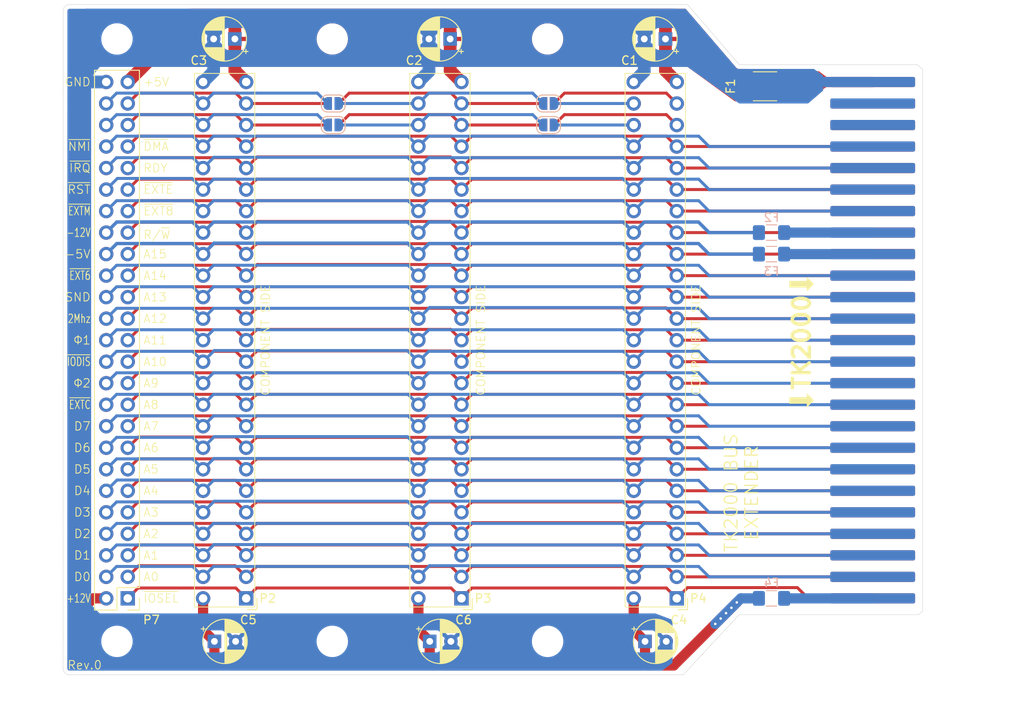
<source format=kicad_pcb>
(kicad_pcb
	(version 20241229)
	(generator "pcbnew")
	(generator_version "9.0")
	(general
		(thickness 1.6)
		(legacy_teardrops no)
	)
	(paper "A4")
	(layers
		(0 "F.Cu" signal)
		(2 "B.Cu" signal)
		(9 "F.Adhes" user "F.Adhesive")
		(11 "B.Adhes" user "B.Adhesive")
		(13 "F.Paste" user)
		(15 "B.Paste" user)
		(5 "F.SilkS" user "F.Silkscreen")
		(7 "B.SilkS" user "B.Silkscreen")
		(1 "F.Mask" user)
		(3 "B.Mask" user)
		(17 "Dwgs.User" user "User.Drawings")
		(19 "Cmts.User" user "User.Comments")
		(21 "Eco1.User" user "User.Eco1")
		(23 "Eco2.User" user "User.Eco2")
		(25 "Edge.Cuts" user)
		(27 "Margin" user)
		(31 "F.CrtYd" user "F.Courtyard")
		(29 "B.CrtYd" user "B.Courtyard")
		(35 "F.Fab" user)
		(33 "B.Fab" user)
		(39 "User.1" user)
		(41 "User.2" user)
		(43 "User.3" user)
		(45 "User.4" user)
	)
	(setup
		(pad_to_mask_clearance 0)
		(allow_soldermask_bridges_in_footprints no)
		(tenting front back)
		(pcbplotparams
			(layerselection 0x00000000_00000000_55555555_5755f5ff)
			(plot_on_all_layers_selection 0x00000000_00000000_00000000_00000000)
			(disableapertmacros no)
			(usegerberextensions no)
			(usegerberattributes yes)
			(usegerberadvancedattributes yes)
			(creategerberjobfile yes)
			(dashed_line_dash_ratio 12.000000)
			(dashed_line_gap_ratio 3.000000)
			(svgprecision 4)
			(plotframeref no)
			(mode 1)
			(useauxorigin no)
			(hpglpennumber 1)
			(hpglpenspeed 20)
			(hpglpendiameter 15.000000)
			(pdf_front_fp_property_popups yes)
			(pdf_back_fp_property_popups yes)
			(pdf_metadata yes)
			(pdf_single_document no)
			(dxfpolygonmode yes)
			(dxfimperialunits yes)
			(dxfusepcbnewfont yes)
			(psnegative no)
			(psa4output no)
			(plot_black_and_white yes)
			(sketchpadsonfab no)
			(plotpadnumbers no)
			(hidednponfab no)
			(sketchdnponfab yes)
			(crossoutdnponfab yes)
			(subtractmaskfromsilk no)
			(outputformat 1)
			(mirror no)
			(drillshape 0)
			(scaleselection 1)
			(outputdirectory "gerbers/")
		)
	)
	(net 0 "")
	(net 1 "GND")
	(net 2 "+5V")
	(net 3 "+12V")
	(net 4 "Net-(P1-Pin_25)")
	(net 5 "-12V")
	(net 6 "Net-(P1-Pin_33)")
	(net 7 "Net-(P1-Pin_34)")
	(net 8 "-5V")
	(net 9 "Net-(P1-Pin_50)")
	(net 10 "P2_RESET")
	(net 11 "P2_IRQ")
	(net 12 "P2_PHI1")
	(net 13 "P2_EXT8")
	(net 14 "unconnected-(P1-Pin_24-Pad24)")
	(net 15 "P2_A14")
	(net 16 "P2_A5")
	(net 17 "P2_A12")
	(net 18 "P2_EXTE")
	(net 19 "P2_IODIS")
	(net 20 "P2_DMA")
	(net 21 "P2_A8")
	(net 22 "P2_NMI")
	(net 23 "P2_A7")
	(net 24 "P2_A10")
	(net 25 "P2_D7")
	(net 26 "P2_A11")
	(net 27 "P2_A2")
	(net 28 "unconnected-(P1-Pin_27-Pad27)")
	(net 29 "P2_A9")
	(net 30 "P2_A1")
	(net 31 "P2_A0")
	(net 32 "P2_D1")
	(net 33 "P2_R~{W}")
	(net 34 "P2_RDY")
	(net 35 "P2_D0")
	(net 36 "P2_A3")
	(net 37 "unconnected-(P1-Pin_23-Pad23)")
	(net 38 "P2_D2")
	(net 39 "P2_EXTC")
	(net 40 "P2_SOUND")
	(net 41 "P2_D5")
	(net 42 "P2_EXTM")
	(net 43 "P2_2M")
	(net 44 "P2_A4")
	(net 45 "P2_EXT6")
	(net 46 "P2_A15")
	(net 47 "P2_PHI2")
	(net 48 "unconnected-(P1-Pin_28-Pad28)")
	(net 49 "P2_IOSEL")
	(net 50 "P2_A13")
	(net 51 "P2_D4")
	(net 52 "P2_D6")
	(net 53 "P2_A6")
	(net 54 "P2_D3")
	(net 55 "/ES2_P24")
	(net 56 "/DBG_P24")
	(net 57 "/ES2_P23")
	(net 58 "/DBG_P23")
	(net 59 "/ES2_P27")
	(net 60 "/DBG_P27")
	(net 61 "/ES2_P28")
	(net 62 "/DBG_P28")
	(net 63 "/ES3_P24")
	(net 64 "/ES3_P23")
	(net 65 "/ES3_P27")
	(net 66 "/ES3_P28")
	(footprint "TK2000:PinSocket_2x25_P2.54mm_Vertical" (layer "F.Cu") (at 100.33 41.656))
	(footprint "Jumper:SolderJumper-2_P1.3mm_Open_RoundedPad1.0x1.5mm" (layer "F.Cu") (at 113.142 44.196 180))
	(footprint "Fuse:Fuse_1812_4532Metric_Pad1.30x3.40mm_HandSolder" (layer "F.Cu") (at 138.684 42.164 180))
	(footprint "MountingHole:MountingHole_3.2mm_M3_ISO7380" (layer "F.Cu") (at 87.63 107.696))
	(footprint "Jumper:SolderJumper-2_P1.3mm_Open_RoundedPad1.0x1.5mm" (layer "F.Cu") (at 87.742 44.196 180))
	(footprint "Capacitor_THT:CP_Radial_D5.0mm_P2.50mm" (layer "F.Cu") (at 99.124888 107.696))
	(footprint "TK2000:PinSocket_2x25_P2.54mm_Vertical" (layer "F.Cu") (at 74.93 41.656))
	(footprint "Jumper:SolderJumper-2_P1.3mm_Open_RoundedPad1.0x1.5mm" (layer "F.Cu") (at 113.142 46.736 180))
	(footprint "TK2000:Conector Edge" (layer "F.Cu") (at 151.384 72.136 90))
	(footprint "TK2000:PinSocket_2x25_P2.54mm_Vertical" (layer "F.Cu") (at 125.73 41.656))
	(footprint "MountingHole:MountingHole_3.2mm_M3_ISO7380" (layer "F.Cu") (at 113.03 107.696))
	(footprint "MountingHole:MountingHole_3.2mm_M3_ISO7380" (layer "F.Cu") (at 87.63 36.576))
	(footprint "Capacitor_THT:CP_Radial_D5.0mm_P2.50mm" (layer "F.Cu") (at 73.724888 107.696))
	(footprint "Jumper:SolderJumper-2_P1.3mm_Open_RoundedPad1.0x1.5mm" (layer "F.Cu") (at 87.742 46.736 180))
	(footprint "Capacitor_THT:CP_Radial_D5.0mm_P2.50mm" (layer "F.Cu") (at 124.524888 107.696))
	(footprint "MountingHole:MountingHole_3.2mm_M3_ISO7380" (layer "F.Cu") (at 62.23 36.576))
	(footprint "TK2000:PinHeader_2x25_P2.54mm_Vertical"
		(layer "F.Cu")
		(uuid "d0b9f9b1-6968-4ae7-a8ba-fc06cb5690c3")
		(at 60.12 41.656)
		(descr "Through hole straight pin header, 2x25, 2.54mm pitch, double rows")
		(tags "Through hole pin header THT 2x25 2.54mm double row")
		(property "Reference" "P7"
			(at 6.174 63.5 180)
			(layer "F.SilkS")
			(uuid "4ec090af-7ac0-41d5-a459-9016f022419e")
			(effects
				(font
					(size 1 1)
					(thickness 0.15)
				)
			)
		)
		(property "Value" "Debug Pins"
			(at 1.27 63.34 0)
			(layer "F.Fab")
			(uuid "97a172b5-c30d-43f1-8f2e-ffb7a7319afb")
			(effects
				(font
					(size 1 1)
					(thickness 0.15)
				)
			)
		)
		(property "Datasheet" ""
			(at 0 0 0)
			(layer "F.Fab")
			(hide yes)
			(uuid "e6908485-ebea-443d-bbc0-89ac0471354e")
			(effects
				(font
					(size 1.27 1.27)
					(thickness 0.15)
				)
			)
		)
		(property "Description" ""
			(at 0 0 0)
			(layer "F.Fab")
			(hide yes)
			(uuid "3f804bff-40ce-4f51-88de-4fd19bab73f4")
			(effects
				(font
					(size 1.27 1.27)
					(thickness 0.15)
				)
			)
		)
		(property ki_fp_filters "Connector*:*_2x??_*")
		(path "/f6814fea-b1ed-4190-bed1-0d64057fd8d2")
		(sheetname "/")
		(sheetfile "TK2K_EXTENDER.kicad_sch")
		(attr through_hole)
		(fp_line
			(start -0.54 62.34)
			(end -0.54 -1.38)
			(stroke
				(width 0.12)
				(type solid)
			)
			(layer "F.SilkS")
			(uuid "c29fa7a1-0c35-4fa5-8bf5-db134f0bf8a4")
		)
		(fp_line
			(start 2.11 59.69)
			(end 2.11 62.34)
			(stroke
				(width 0.12)
				(type solid)
			)
			(layer "F.SilkS")
			(uuid "5a433623-fdc0-4bcc-b2de-fe68e742e6dd")
		)
		(fp_line
			(start 2.11 62.34)
			(end -0.54 62.34)
			(stroke
				(width 0.12)
				(type solid)
			)
			(layer "F.SilkS")
			(uuid "32f758f9-407a-4b2c-a266-4227241d6297")
		)
		(fp_line
			(start 4.76 -1.38)
			(end -0.54 -1.38)
			(stroke
				(width 0.12)
				(type solid)
			)
			(layer "F.SilkS")
			(uuid "1f81d397-9ecf-4c45-bd88-39fa84c6b541")
		)
		(fp_line
			(start 4.76 59.69)
			(end 2.11 59.69)
			(stroke
				(width 0.12)
				(type solid)
			)
			(layer "F.SilkS")
			(uuid "1d112fcb-4cac-4293-bb82-72ad89444ea6")
		)
		(fp_line
			(start 4.76 59.69)
			(end 4.76 -1.38)
			(stroke
				(width 0.12)
				(type solid)
			)
			(layer "F.SilkS")
			(uuid "fde70e72-a373-49fd-a251-a486f0bf57de")
		)
		(fp_line
			(start 4.76 60.96)
			(end 4.76 62.34)
			(stroke
				(width 0.12)
				(type solid)
			)
			(layer "F.SilkS")
			(uuid "2f5e25fd-53c0-4334-ab26-a0f8085730aa")
		)
		(fp_line
			(start 4.76 62.34)
			(end 3.38 62.34)
			(stroke
				(width 0.12)
				(type solid)
			)
			(layer "F.SilkS")
			(uuid "c284856e-0aaa-41c1-81bf-4eb4d0867c5b")
		)
		(fp_line
			(start -0.94 -1.77)
			(end -0.94 62.73)
			(stroke
				(width 0.05)
				(type solid)
			)
			(layer "F.CrtYd")
			(uuid "80caf075-3ad0-4c2e-8181-7f1894a7941a")
		)
		(fp_line
			(start -0.94 62.73)
			(end 5.15 62.73)
			(stroke
				(width 0.05)
				(type solid)
			)
			(layer "F.CrtYd")
			(uuid "62c4de17-7e12-47c0-b1a3-9050fe9abea0")
		)
		(fp_line
			(start 5.15 -1.77)
			(end -0.94 -1.77)
			(stroke
				(width 0.05)
				(type solid)
			)
			(layer "F.CrtYd")
			(uuid "2447dfbd-48c5-4e9a-a170-1dcf8415e821")
		)
		(fp_line
			(start 5.15 62.73)
			(end 5.15 -1.77)
			(stroke
				(width 0.05)
				(type solid)
			)
			(layer "F.CrtYd")
			(uuid "03c6e513-fd2c-4f33-a78c-795f1550cbe5")
		)
		(fp_line
			(start -0.43 -1.27)
			(end 4.65 -1.27)
			(stroke
				(width 0.1)
				(type solid)
			)
			(layer "F.Fab")
			(uuid "04996659-1838-4c6d-8d33-c71397edc64a")
		)
		(fp_line
			(start -0.43 62.23)
			(end -0.43 -1.27)
			(stroke
				(width 0.1)
				(type solid)
			)
			(layer "F.Fab")
			(uuid "fdc8021e-ea89-446b-b46c-61ce286f1664")
		)
		(fp_line
			(start 3.38 62.23)
			(end -0.43 62.23)
			(stroke
				(width 0.1)
				(type solid)
			)
			(layer "F.Fab")
			(uuid "e668fffe-3bd6-4309-9a60-d130738e1318")
		)
		(fp_line
			(start 4.65 -1.27)
			(end 4.65 60.96)
			(stroke
				(width 0.1)
				(type solid)
			)
			(layer "F.Fab")
			(uuid "e365ac8a-3eb8-4bbe-b8b7-9e526ef7ad45")
		)
		(fp_line
			(start 4.65 60.96)
			(end 3.38 62.23)
			(stroke
				(width 0.1)
				(type solid)
			)
			(layer "F.Fab")
			(uuid "b23d111e-2fdb-4834-a96d-3f2f357dfe30")
		)
		(fp_text user "${REFERENCE}"
			(at 2.11 30.48 270)
			(layer "F.Fab")
			(uuid "00ac394c-5562-4784-ac6e-6cf892e329e2")
			(effects
				(font
					(size 1 1)
					(thickness 0.15)
				)
			)
		)
		(pad "1" thru_hole rect
			(at 3.38 60.96 180)
			(size 1.7 1.7)
			(drill 1)
			(layers "*.Cu" "*.Mask")
			(remove_unused_layers no)
			(net 49 "P2_IOSEL")
			(pinfunction "Pin_1")
			(pintype "passive")
			(uuid "89af308e-1b2d-433d-8e67-fbb7e428a285")
		)
		(pad "2" thru_hole circle
			(at 3.38 58.42 180)
			(size 1.7 1.7)
			(drill 1)
			(layers "*.Cu" "*.Mask")
			(remove_unused_layers no)
			(net 31 "P2_A0")
			(pinfunction "Pin_2")
			(pintype "passive")
			(uuid "a8ce2197-0c58-45c0-a5a6-33fc6fa9a4c9")
		)
		(pad "3" thru_hole circle
			(at 3.38 55.88 180)
			(size 1.7 1.7)
			(drill 1)
			(layers "*.Cu" "*.Mask")
			(remove_unused_layers no)
			(net 30 "P2_A1")
			(pinfunction "Pin_3")
			(pintype "passive")
			(uuid "0210d5c4-bb46-4252-8ecc-d63018b85507")
		)
		(pad "4" thru_hole circle
			(at 3.38 53.34 180)
			(size 1.7 1.7)
			(drill 1)
			(layers "*.Cu" "*.Mask")
			(remove_unused_layers no)
			(net 27 "P2_A2")
			(pinfunction "Pin_4")
			(pintype "passive")
			(uuid "6f08e1e8-967e-4705-95fe-3860876d8a29")
		)
		(pad "5" thru_hole circle
			(at 3.38 50.8 180)
			(size 1.7 1.7)
			(drill 1)
			(layers "*.Cu" "*.Mask")
			(remove_unused_layers no)
			(net 36 "P2_A3")
			(pinfunction "Pin_5")
			(pintype "passive")
			(uuid "0187fccf-dde1-4c45-9dc7-8bba8c19f76a")
		)
		(pad "6" thru_hole circle
			(at 3.38 48.26 180)
			(size 1.7 1.7)
			(drill 1)
			(layers "*.Cu" "*.Mask")
			(remove_unused_layers no)
			(net 44 "P2_A4")
			(pinfunction "Pin_6")
			(pintype "passive")
			(uuid "b9fb5254-0412-49e0-8788-605ebe992701")
		)
		(pad "7" thru_hole circle
			(at 3.38 45.72 180)
			(size 1.7 1.7)
			(drill 1)
			(layers "*.Cu" "*.Mask")
			(remove_unused_layers no)
			(net 16 "P2_A5")
			(pinfunction "Pin_7")
			(pintype "passive")
			(uuid "3ba9531f-dbd8-4de1-8316-9327205cf174")
		)
		(pad "8" thru_hole circle
			(at 3.38 43.18 180)
			(size 1.7 1.7)
			(drill 1)
			(layers "*.Cu" "*.Mask")
			(remove_unused_layers no)
			(net 53 "P2_A6")
			(pinfunction "Pin_8")
			(pintype "passive")
			(uuid "0241f46d-9fd0-4395-9a25-8bea3a30c82c")
		)
		(pad "9" thru_hole circle
			(at 3.38 40.64 180)
			(size 1.7 1.7)
			(drill 1)
			(layers "*.Cu" "*.Mask")
			(remove_unused_layers no)
			(net 23 "P2_A7")
			(pinfunction "Pin_9")
			(pintype "passive")
			(uuid "1fd3ae7a-81bd-4855-afb6-1d1d8aef71f9")
		)
		(pad "10" thru_hole circle
			(at 3.38 38.1 180)
			(size 1.7 1.7)
			(drill 1)
			(layers "*.Cu" "*.Mask")
			(remove_unused_layers no)
			(net 21 "P2_A8")
			(pinfunction "Pin_10")
			(pintype "passive")
			(uuid "b72144e6-29ec-4a12-9b46-a1702f509694")
		)
		(pad "11" thru_hole circle
			(at 3.38 35.56 180)
			(size 1.7 1.7)
			(drill 1)
			(layers "*.Cu" "*.Mask")
			(remove_unused_layers no)
			(net 29 "P2_A9")
			(pinfunction "Pin_11")
			(pintype "passive")
			(uuid "ae2bfeee-76bd-4c45-8b01-7d901d7cd784")
		)
		(pad "12" thru_hole circle
			(at 3.38 33.02 180)
			(size 1.7 1.7)
			(drill 1)
			(layers "*.Cu" "*.Mask")
			(remove_unused_layers no)
			(net 24 "P2_A10")
			(pinfunction "Pin_12")
			(pintype "passive")
			(uuid "a30c9856-a05e-481c-b0c8-22dfea2aaa77")
		)
		(pad "13" thru_hole circle
			(at 3.38 30.48 180)
			(size 1.7 1.7)
			(drill 1)
			(layers "*.Cu" "*.Mask")
			(remove_unused_layers no)
			(net 26 "P2_A11")
			(pinfunction "Pin_13")
			(pintype "passive")
			(uuid "c14d0093-eb21-4a16-b595-05546babcf67")
		)
		(pad "14" thru_hole circle
			(at 3.38 27.94 180)
			(size 1.7 1.7)
			(drill 1)
			(layers "*.Cu" "*.Mask")
			(remove_unused_layers no)
			(net 17 "P2_A12")
			(pinfunction "Pin_14")
			(pintype "passive")
			(uuid "1428e5b0-383d-4704-be7d-86c5d0e0b2eb")
		)
		(pad "15" thru_hole circle
			(at 3.38 25.4 180)
			(size 1.7 1.7)
			(drill 1)
			(layers "*.Cu" "*.Mask")
			(remove_unused_layers no)
			(net 50 "P2_A13")
			(pinfunction "Pin_15")
			(pintype "passive")
			(uuid "805a4e90-d127-4043-9fc6-75e3ee7bd813")
		)
		(pad "16" thru_hole circle
			(at 3.38 22.86 180)
			(size 1.7 1.7)
			(drill 1)
			(layers "*.Cu" "*.Mask")
			(remove_unused_layers no)
			(net 15 "P2_A14")
			(pinfunction "Pin_16")
			(pintype "passive")
			(uuid "3f5c4916-9b71-4803-99b9-aa52856188aa")
		)
		(pad "17" thru_hole circle
			(at 3.38 20.32 180)
			(size 1.7 1.7)
			(drill 1)
			(layers "*.Cu" "*.Mask")
			(remove_unused_layers no)
			(net 46 "P2_A15")
			(pinfunction "Pin_17")
			(pintype "passive")
			(uuid "fce153d7-be73-495a-8fae-964b7f74e4cc")
		)
		(pad "18" thru_hole circle
			(at 3.38 17.78 180)
			(size 1.7 1.7)
			(drill 1)
			(layers "*.Cu" "*.Mask")
			(remove_unused_layers no)
			(net 33 "P2_R~{W}")
			(pinfunction "Pin_18")
			(pintype "passive")
			(uuid "060b88a1-8a0f-4784-b9b0-ddd783a2420a")
		)
		(pad "19" thru_hole circle
			(at 3.38 15.24 180)
			(size 1.7 1.7)
			(drill 1)
			(layers "*.Cu" "*.Mask")
			(remove_unused_layers no)
			(net 13 "P2_EXT8")
			(pinfunction "Pin_19")
			(pintype "passive")
			(uuid "e522b3f7-1f1d-484a-bb22-434911af004f")
		)
		(pad "20" thru_hole circle
			(at 3.38 12.7 180)
			(size 1.7 1.7)
			(drill 1)
			(layers "*.Cu" "*.Mask")
			(remove_unused_layers no)
			(net 18 "P2_EXTE")
			(pinfunction "Pin_20")
			(pintype "passive")
			(uuid "ec4abb94-8408-49aa-b3b0-87c44fb0f31d")
		)
		(pad "21" thru_hole circle
			(at 3.38 10.16 180)
			(size 1.7 1.7)
			(drill 1)
			(layers "*.Cu" "*.Mask")
			(remove_unused_layers no)
			(net 34 "P2_RDY")
			(pinfunction "Pin_21")
			(pintype "passive")
			(uuid "bc023430-22fa-49ce-ad80-22c2fe2bfd8f")
		)
		(pad "22" thru_hole circle
			(at 3.38 7.62 180)
			(size 1.7 1.7)
			(drill 1)
			(layers "*.Cu" "*.Mask")
			(remove_unused_layers no)
			(net 20 "P2_DMA")
			(pinfunction "Pin_22")
			(pintype "passive")
			(uuid "892695dd-33e3-433d-b07b-027be1e367d6")
		)
		(pad "23" thru_hole circle
			(at 3.38 5.08 180)
			(size 1.7 1.7)
			(drill 1)
			(layers "*.Cu" "*.Mask")
			(remove_unused_layers no)
			(net 58 "/DBG_P23")
			(pinfunction "Pin_23")
			(pintype "passive")
			(uuid "dac6ef9d-f799-4b55-bdbf-6c3b1cb98a36")
		)
		(pad "24" thru_hole circle
			(at 3.38 2.54 180)
			(size 1.7 1.7)
			(drill 1)
			(layers "*.Cu" "*.Mask")
			(remove_unused_layers no)
			(net 56 "/DBG_P24")
			(pinfunction "Pin_24")
			(pintype "passive")
			(uuid "85bbbd8f-1e4f-4971-9ebf-4162ea221d9a")
		)
		(pad "25" thru_hole circle
			(at 3.38 0 180)
			(size 1.7 1.7)
			(drill 1)
			(layers "*.Cu" "*.Mask")
			(remove_unused_layers no)
			(net 2 "+5V")
			(pinfunction "Pin_25")
			(pintype "passive")
			(uuid "146cbc02-c753-4cb2-9927-852f752c50c7")
		)
		(pad "26" thru_hole circle
			(at 0.84 0 180)
			(size 1.7 1.7)
			(drill 1)
			(layers "*.Cu" "*.Mask")
			(remove_unused_layers no)
			(net 1 "GND")
			(pinfunction "Pin_26")
			(pintype "passive")
			(uuid "cf85943f-8d26-4400-893a-fc77267eee89")
		)
		(pad "27" thru_hole circle
			(at 0.84 2.54 180)
			(size 1.7 1.7)
			(drill 1)
			(layers "*.Cu" "*.Mask")
			(remove_unused_layers no)
			(net 60 "/DBG_P27")
			(pinfunction "Pin_27")
			(pintype "passive")
			(uuid "05bea0c9-390a-4175-990a-47917647825f")
		)
		(pad "28" thru_hole circle
			(at 0.84 5.08 180)
			(size 1.7 1.7)
			(drill 1)
			(layers "*.Cu" "*.Mask")
			(remove_unused_layers no)
			(net 62 "/DBG_P28")
			(pinfunction "Pin_28")
			(pintype "passive")
			(uuid "8393e3f3-dae2-45ef-b099-3bdc3218eb48")
		)
		(pad "29" thru_hole circle
			(at 0.84 7.62 180)
			(size 1.7 1.7)
			(drill 1)
			(layers "*.Cu" "*.Mask")
			(remove_unused_layers no)
			(net 22 "P2_NMI")
			(pinfunction "Pin_29")
			(pintype "passive")
			(uuid "f4e346d3-7482-443f-b375-650cc18bfdb4")
		)
		(pad "30" thru_hole circle
			(at 0.84 10.16 180)
			(size 1.7 1.7)
			(drill 1)
			(layers "*.Cu" "*.Mask")
			(remove_unused_layers no)
			(net 11 "P2_IRQ")
			(pinfunction "Pin_30")
			(pintype "passive")
			(uuid "4d922751-41c6-43ba-9ca5-2e7a071a74ad")
		)
		(pad "31" thru_hole circle
			(at 0.84 12.7 180)
			(size 1.7 1.7)
			(drill 1)
			(layers "*.Cu" "*.Mask")
			(remove_unused_layers no)
			(net 10 "P2_RESET")
			(pinfunction "Pin_31")
			(pintype "passive")
			(uuid "b2947b91-b111-41f6-8db0-49a28fec259d")
		)
		(pad "32" thru_hole circle
			(at 0.84 15.24 180)
			(size 1.7 1.7)
			(drill 1)
			(layers "*.Cu" "*.Mask")
			(remove_unused_layers no)
			(net 42 "P2_EXTM")
			(pinfunction "Pin_32")
			(pintype "passive")
			(uuid "f42acfba-5aea-4bcb-b16e-6ce88ba3c667")
		)
		(pad "33" thru_hole circle
			(at 0.84 17.78 180)
			(size 1.7 1.7)
			(drill 1)
			(layers "*.Cu" "*.Mask")
			(remove_unused_layers no)
			(net 5 "-12V")
			(pinfunction "Pin_33")
			(pintype "passive")
			(uuid "758139db-8862-4b1d-bd49-5027ea2f2882")
		)
		(pad "34" thru_hole circle
			(at 0.84 20.32 180)
			(size 1.7 1.7)
			(drill 1)
			(layers "*.Cu" "*.Mask")
			(remove_unused_layers no)
			(net 8 "-5V")
			(pinfunction "Pin_34")
			(pintype "passive")
			(uuid "721a0ae1-be51-4c8c-973b-6bc5e8d84c37")
		)
		(pad "35" thru_hole circle
			(at 0.84 22.86 180)
			(size 1.7 1.7)
			(drill 1)
			(layers "*.Cu" "*.Mask")
			(remove_unused_layers no)
			(net 45 "P2_EXT6")
			(pinfunction "Pin_35")
			(pintype "passive")
			(uuid "7d684e12-fb10-4e62-9353-277efa96a205")
		)
		(pad "36" thru_hole circle
			(at 0.84 25.4 180)
			(size 1.7 1.7)
			(drill 1)
			(layers "*.Cu" "*.Mask")
			(remove_unused_layers no)
			(net 40 "P2_SOUND")
			(pinfunction "Pin_36")
			(pintype "passive")
			(uuid "2385d485-fd99-464a-b005-7c09626b9ddb")
		)
		(pad "37" thru_hole circle
			(at 0.84 27.94 180)
			(size 1.7 1.7)
			(drill 1)
			(layers "*.Cu" "*.Mask")
			(remove_unused_layers no)
			(net 43 "P2_2M")
			(pinfunction "Pin_37")
			(pintype "passive")
			(uuid "c76fd7cf-34a1-4de5-a713-5a6ba4c4b922")
		)
		(pad "38" thru_hole circle
			(at 0.84 30.48 180)
			(size 1.7 1.7)
			(drill 1)
			(layers "*.Cu" "*.Mask")
			(remove_unused_layers no)
			(net 12 "P2_PHI1")
			(pinfunction "Pin_38")
			(pintype "passive")
			(uuid "8c495355-19a1-48a0-b4f8-3b7fa7af88cd")
		)
		(pad "39" thru_hole circle
			(at 0.84 33.02 180)
			(size 1.7 1.7)
			(drill 1)
			(layers "*.Cu" "*.Mask")
			(remove_unused_layers no)
			(net 19 "P2_IODIS")
			(pinfunction "Pin_39")
			(pintype "passive")
			(uuid "5d588262-9254-4125-aef3-eb15ef1af576")
		)
		(pad "40" thru_hole circle
			(at 0.84 35.56 180)
			(size 1.7 1.7)
			(drill 1)
			(layers "*.Cu" "*.Mask")
			(remove_unused_layers no)
			(net 47 "P2_PHI2")
			(pinfunction "Pin_40")
			(pintype "passive")
			(uuid "b2289fca-73fd-4e3b-a86d-19f48344d2d6")
		)
		(pad "41" thru_hole circle
			(at 0.84 38.1 180)
			(size 1.7 1.7)
			(drill 1)
			(layers "*.Cu" "*.Mask")
			(remove_unused_layers no)
			(net 39 "P2_EXTC")
			(pinfunction "Pin_41")
			(pintype "passive")
			(uuid "716474de-3c60-4d96-8e76-4b3b7f2ba850")
		)
		(pad "42" thru_hole circle
			(at 0.84 40.64 180)
			(size 1.7 1.7)
			(drill 1)
			(layers "*.Cu" "*.Mask")
			(remove_unused_layers no)
			(net 25 "P2_D7")
			(pinfunction "Pin_42")
			(pintype "passive")
			(uuid "11d2a309-e26b-4971-b56f-ce2452018e25")
		)
		(pad "43" thru_hole circle
			(at 0.84 43.18 180)
			(size 1.7 1.7)
			(drill 1)
			(layers "*.Cu" "*.Mask")
			(remove_unused_layers no)
			(net 52 "P2_D6")
			(pinfunction "Pin_43")
			(pintype "passive")
			(uuid "33dea242-4efd-45c8-b156-c12b9cdbf01e")
		)
		(pad "44" thru_hole circle
			(at 0.84 45.72 
... [279209 chars truncated]
</source>
